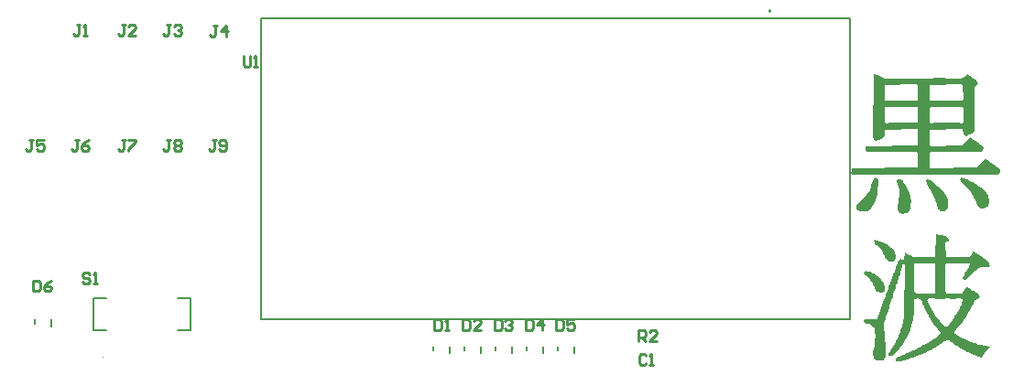
<source format=gto>
G04*
G04 #@! TF.GenerationSoftware,Altium Limited,Altium Designer,22.5.1 (42)*
G04*
G04 Layer_Color=65535*
%FSLAX44Y44*%
%MOMM*%
G71*
G04*
G04 #@! TF.SameCoordinates,6AFA5DE7-E917-4A20-8E33-DC7232792B34*
G04*
G04*
G04 #@! TF.FilePolarity,Positive*
G04*
G01*
G75*
%ADD10C,0.0716*%
%ADD11C,0.2000*%
%ADD12C,0.1270*%
%ADD13C,0.1500*%
%ADD14C,0.2540*%
G36*
X1298146Y858409D02*
X1299759Y857764D01*
X1303306Y856151D01*
X1304919Y855506D01*
X1317012Y855667D01*
X1349424Y855506D01*
X1350391Y855829D01*
X1373127Y855667D01*
X1373934Y855829D01*
X1374901Y855506D01*
X1377159Y855829D01*
X1378932Y857280D01*
X1380384Y859054D01*
X1381351Y859376D01*
X1382641Y859054D01*
X1383609Y858086D01*
X1385221Y857119D01*
X1385866Y856474D01*
X1387479Y855506D01*
X1389736Y854216D01*
X1390865Y852442D01*
X1391510Y850830D01*
X1390059Y849056D01*
X1388607Y848250D01*
X1388285Y846960D01*
X1388446Y808099D01*
X1388124Y806809D01*
X1386834Y805519D01*
X1385221Y804551D01*
X1382964Y803584D01*
X1381674Y803261D01*
X1380706Y802294D01*
X1379416Y802616D01*
X1377965Y804068D01*
X1377643Y805358D01*
X1377320Y807937D01*
X1376836Y808421D01*
X1346844Y808099D01*
X1346682Y794070D01*
X1347489Y792941D01*
X1376191Y793264D01*
X1376836Y793909D01*
X1377481Y794231D01*
X1377965Y794715D01*
X1378288Y795360D01*
X1379416Y796166D01*
X1380061Y797134D01*
X1380706Y797456D01*
X1383609Y800359D01*
X1383770Y800520D01*
X1384254Y801004D01*
X1385866Y800681D01*
X1387479Y799069D01*
X1388124Y798746D01*
X1389091Y797779D01*
X1391349Y796489D01*
X1391994Y795844D01*
X1392639Y795521D01*
X1393606Y794554D01*
X1394251Y794231D01*
X1396348Y792135D01*
X1396025Y788587D01*
X1393929Y787781D01*
X1392639Y787459D01*
X1389414Y787781D01*
X1388446Y787459D01*
X1354745Y787620D01*
X1348779Y787459D01*
X1347811Y787781D01*
X1346682Y786653D01*
X1347005Y773108D01*
X1347489Y772624D01*
X1389414Y772946D01*
X1397154Y780686D01*
X1398444Y781009D01*
X1400701Y779719D01*
X1401346Y779074D01*
X1401991Y778751D01*
X1403281Y777461D01*
X1405539Y776171D01*
X1407312Y774720D01*
X1407796Y774236D01*
X1408441Y773914D01*
X1409086Y773269D01*
X1409731Y772946D01*
X1411505Y771172D01*
X1411828Y768915D01*
X1409731Y766819D01*
X1408441Y766496D01*
X1393123Y766657D01*
X1387479Y766496D01*
X1386511Y766819D01*
X1383286Y766496D01*
X1382964Y766819D01*
X1381996Y766496D01*
X1372160Y766657D01*
X1357486Y766496D01*
X1356519Y766819D01*
X1353294Y766496D01*
X1340555Y766657D01*
X1314271Y766496D01*
X1313626Y766819D01*
X1312659Y766496D01*
X1305080Y766657D01*
X1302016Y766496D01*
X1301049Y766819D01*
X1299759Y766496D01*
X1276700Y766657D01*
X1275249Y766496D01*
X1274443Y766980D01*
X1274120Y768270D01*
X1274443Y769560D01*
X1274281Y771656D01*
X1274926Y772624D01*
X1335556Y772946D01*
X1336040Y773430D01*
X1335717Y786975D01*
X1334266Y787459D01*
X1294760Y787620D01*
X1288794Y787459D01*
X1287343Y788587D01*
X1287665Y792458D01*
X1288149Y792941D01*
X1335234Y793264D01*
X1335717Y793747D01*
X1336040Y795038D01*
X1335717Y807937D01*
X1335234Y808421D01*
X1305241Y808099D01*
X1304758Y806325D01*
X1305080Y805358D01*
X1304758Y802132D01*
X1303629Y801004D01*
X1301371Y799714D01*
X1299759Y799069D01*
X1298469Y798746D01*
X1297824Y798101D01*
X1296534Y797779D01*
X1294760Y799230D01*
X1294115Y800843D01*
X1294438Y801810D01*
X1294760Y859538D01*
X1295889Y859699D01*
X1298146Y858409D01*
D02*
G37*
G36*
X1379094Y763271D02*
X1380384Y761981D01*
X1381029D01*
X1382641Y761659D01*
X1383609Y760691D01*
X1384899Y760369D01*
X1385544Y760046D01*
X1386189Y759401D01*
X1387801Y758756D01*
X1388769Y758434D01*
X1389414Y757789D01*
X1390059Y757466D01*
X1391671Y756499D01*
X1392316Y755854D01*
X1393929Y754886D01*
X1394574Y754241D01*
X1396025Y753435D01*
X1396186Y752951D01*
X1396831Y752629D01*
X1398927Y750533D01*
X1400217Y748275D01*
X1400862Y747630D01*
X1401185Y745050D01*
X1401830Y743760D01*
X1401508Y742793D01*
X1401669Y740696D01*
X1401024Y738116D01*
X1400379Y736504D01*
X1396831Y734891D01*
X1394574Y735214D01*
X1392155Y736342D01*
X1391026Y738761D01*
X1390542Y738923D01*
X1389897Y741503D01*
X1388930Y742470D01*
X1388446Y744566D01*
X1387640Y745372D01*
X1386995Y746985D01*
X1386673Y747630D01*
X1385705Y748597D01*
X1384415Y750855D01*
X1383286Y752629D01*
X1382641Y752951D01*
X1381835Y754080D01*
X1380867Y755048D01*
X1380545Y755693D01*
X1378610Y757305D01*
X1377481Y758111D01*
X1377159Y758756D01*
X1376514Y759079D01*
X1375708Y760208D01*
X1375063Y760853D01*
X1374740Y762142D01*
X1375063Y763110D01*
X1375546Y763594D01*
X1379094Y763271D01*
D02*
G37*
G36*
X1347489Y761659D02*
X1347973Y761175D01*
X1348134Y760691D01*
X1349746Y759724D01*
X1351036Y758434D01*
X1351520Y758272D01*
X1351842Y757627D01*
X1352971Y756821D01*
X1353939Y755854D01*
X1355551Y754886D01*
X1358938Y751500D01*
X1359905Y749887D01*
X1360550Y749242D01*
X1360872Y748597D01*
X1362162Y747308D01*
X1362646Y745534D01*
X1363775Y744405D01*
X1363936Y739729D01*
X1363614Y736181D01*
X1363130Y735052D01*
X1361034Y732956D01*
X1359744Y732634D01*
X1356196Y732956D01*
X1355551Y733924D01*
X1355390Y734085D01*
X1354422Y735052D01*
X1354100Y736988D01*
X1353455Y737633D01*
X1353132Y739890D01*
X1352810Y741503D01*
X1351842Y742470D01*
X1351520Y743760D01*
X1351198Y745695D01*
X1349908Y746985D01*
X1349585Y748920D01*
X1348295Y750210D01*
X1347973Y751500D01*
X1347328Y752145D01*
X1345715Y755048D01*
X1344586Y757144D01*
X1344102Y757305D01*
X1343780Y758595D01*
X1343457Y760853D01*
X1344264Y761981D01*
X1347489Y761659D01*
D02*
G37*
G36*
X1298952Y762465D02*
X1298630Y748597D01*
X1297340Y745695D01*
X1297018Y743115D01*
X1295728Y741180D01*
X1295405Y739245D01*
X1294438Y738278D01*
X1293470Y736665D01*
X1292825Y736020D01*
X1292502Y735375D01*
X1291696Y734569D01*
X1290567Y734085D01*
X1290406Y733924D01*
X1289116Y732634D01*
X1282021Y732311D01*
X1280409Y733279D01*
X1279280Y735052D01*
X1278958Y736020D01*
X1279280Y738278D01*
X1279925Y738923D01*
X1281215Y741180D01*
X1283634Y743599D01*
X1284279Y743921D01*
X1285569Y745211D01*
X1286214Y745534D01*
X1287826Y747469D01*
X1289116Y749404D01*
X1289600Y749887D01*
X1290567Y751500D01*
X1291212Y752145D01*
X1291535Y754080D01*
X1292502Y755048D01*
X1292825Y757305D01*
X1294115Y760208D01*
X1294599Y762304D01*
X1295244Y763271D01*
X1297501Y763594D01*
X1298952Y762465D01*
D02*
G37*
G36*
X1319431Y762304D02*
X1321689Y761014D01*
X1322334Y759401D01*
X1323463Y758272D01*
X1323785Y757627D01*
X1324591Y756821D01*
X1324753Y756660D01*
X1325559Y754564D01*
X1326365Y753757D01*
X1327010Y751178D01*
X1327977Y750210D01*
X1328622Y745695D01*
X1328945Y744727D01*
X1329590Y743115D01*
X1329267Y736988D01*
X1328622Y735375D01*
X1328300Y734085D01*
X1327977Y733118D01*
X1325881Y731021D01*
X1323785Y730537D01*
X1321366Y730376D01*
X1319754Y731021D01*
X1319109Y731344D01*
X1317657Y732795D01*
X1317335Y735052D01*
X1317657Y743760D01*
X1318625Y746018D01*
X1318947Y748275D01*
X1318625Y752790D01*
X1317657Y755048D01*
X1317335Y758272D01*
X1316045Y760208D01*
X1316367Y761820D01*
X1316851Y762304D01*
X1318141Y762626D01*
X1319431Y762304D01*
D02*
G37*
G36*
X1355160Y711013D02*
X1356422Y710592D01*
X1357544Y710312D01*
X1361471Y710031D01*
X1362313Y709190D01*
X1363715Y708348D01*
X1363996Y707226D01*
X1364136Y705964D01*
X1363435Y704983D01*
X1362032Y704702D01*
X1361611Y704281D01*
X1361331Y703159D01*
X1361611Y690537D01*
X1362032Y690117D01*
X1383910Y690397D01*
X1384752Y692080D01*
X1385453Y692781D01*
X1385734Y693903D01*
X1386575Y694744D01*
X1387276Y696007D01*
X1388398Y695726D01*
X1390081Y694043D01*
X1390642Y693763D01*
X1391484Y692921D01*
X1392886Y692080D01*
X1393447Y691519D01*
X1394289Y691238D01*
X1395410Y690117D01*
X1395972Y689836D01*
X1397094Y688714D01*
X1397935Y688434D01*
X1398777Y687592D01*
X1400039Y686891D01*
X1400319Y686330D01*
X1401441Y685208D01*
X1401722Y683805D01*
X1402142Y682824D01*
X1400740Y681141D01*
X1399618Y680860D01*
X1393447Y680580D01*
X1392606Y679738D01*
X1390782Y679037D01*
X1389801Y678055D01*
X1389240Y677775D01*
X1387697Y676513D01*
X1381105Y669921D01*
X1379563Y669500D01*
X1379142Y669080D01*
X1378301Y668799D01*
X1377599Y669500D01*
X1377319Y670622D01*
X1377599Y672866D01*
X1378441Y673708D01*
X1379142Y675531D01*
X1379843Y676232D01*
X1380404Y677635D01*
X1381246Y678476D01*
Y678757D01*
X1381526Y679598D01*
X1381807Y680159D01*
X1382648Y681001D01*
X1383069Y682543D01*
X1384331Y683805D01*
X1383910Y684787D01*
X1361471Y684507D01*
X1361050Y683244D01*
X1361331Y682403D01*
X1361191Y658701D01*
X1361471Y657299D01*
X1362032Y656738D01*
X1363154Y656458D01*
X1376618Y656738D01*
X1377319Y657439D01*
X1377599Y658561D01*
X1378721Y659683D01*
X1380404Y662769D01*
X1381386Y662909D01*
X1381807Y662488D01*
X1382087Y661927D01*
X1383209Y661647D01*
X1383770Y661366D01*
X1384051Y660805D01*
X1385593Y659823D01*
X1386154Y659262D01*
X1387276Y658982D01*
X1387837Y658701D01*
X1388679Y657860D01*
X1390081Y657019D01*
X1392045Y655616D01*
X1392746Y654634D01*
X1393307Y653512D01*
X1392606Y652531D01*
X1392045Y652250D01*
X1390362Y651128D01*
X1388679Y650848D01*
X1388258Y650427D01*
X1387977Y649305D01*
X1387417Y648744D01*
X1387136Y648183D01*
X1386856Y647342D01*
X1386295Y645939D01*
X1385734Y645378D01*
X1385453Y644256D01*
X1384612Y642854D01*
X1384051Y642293D01*
X1383770Y640890D01*
X1382929Y640049D01*
X1382368Y638646D01*
X1381526Y637805D01*
X1381246Y636683D01*
X1380124Y635561D01*
X1379843Y634439D01*
X1379002Y633597D01*
X1378160Y632195D01*
X1377319Y631354D01*
X1377038Y630512D01*
X1375075Y627988D01*
X1373813Y626445D01*
X1372270Y624902D01*
X1371429Y623500D01*
X1369185Y621256D01*
X1369465Y619854D01*
X1370447Y619152D01*
X1372270Y618171D01*
X1372551Y617610D01*
X1373672Y617329D01*
X1374654Y616628D01*
X1375215Y616067D01*
X1376618Y615786D01*
X1377319Y615366D01*
X1377459Y614945D01*
X1378581Y614664D01*
X1379984Y613823D01*
X1381386Y613262D01*
X1382508Y612981D01*
X1383349Y612140D01*
X1385453Y611719D01*
X1387276Y610737D01*
X1389520Y610457D01*
X1390081Y609896D01*
X1391484Y609335D01*
X1394569Y609055D01*
X1396532Y608213D01*
X1398496Y607933D01*
X1401862Y607652D01*
X1402283Y607231D01*
X1401020Y605689D01*
X1400039Y604707D01*
X1399898Y604286D01*
X1399337Y604006D01*
X1398917Y603585D01*
X1398636Y603024D01*
X1397514Y601902D01*
X1397234Y601341D01*
X1396392Y600500D01*
X1395972Y598957D01*
X1394990Y597975D01*
X1394709Y597414D01*
X1393728Y597274D01*
X1392606Y598396D01*
X1389941Y598817D01*
X1389520Y599237D01*
X1388959Y599518D01*
X1388118Y599798D01*
X1386996Y600079D01*
X1383910Y601481D01*
X1383349Y601762D01*
X1382789Y602323D01*
X1381667Y602603D01*
X1380264Y603445D01*
X1378862Y604006D01*
X1377459Y604847D01*
X1375496Y605969D01*
X1374935Y606530D01*
X1373813Y606811D01*
X1372691Y607933D01*
X1371569Y608213D01*
X1370727Y609055D01*
X1369325Y609896D01*
X1368764Y610457D01*
X1366801Y611579D01*
X1365258Y612841D01*
X1364837Y613262D01*
X1364276Y613543D01*
X1363715Y614103D01*
X1363014Y614244D01*
X1360630Y612701D01*
X1360069Y612140D01*
X1358666Y611298D01*
X1358105Y610737D01*
X1357544Y610457D01*
X1356703Y609616D01*
X1352776Y607372D01*
X1352215Y606811D01*
X1351093Y606530D01*
X1349971Y605408D01*
X1348428Y604987D01*
X1347447Y604006D01*
X1345764Y603725D01*
X1345343Y603304D01*
X1345203Y602884D01*
X1342959Y602323D01*
X1342678Y601762D01*
X1341276Y601201D01*
X1340154Y600920D01*
X1339593Y600359D01*
X1337630Y599798D01*
X1336508Y599518D01*
X1335947Y598957D01*
X1334825Y598676D01*
X1333142Y598396D01*
X1332581Y597835D01*
X1331178Y597274D01*
X1329215Y596993D01*
X1327812Y596152D01*
X1326690Y595872D01*
X1324446Y595591D01*
X1323885Y595030D01*
X1322483Y594469D01*
X1319397Y594189D01*
X1318556Y593908D01*
X1316032Y594189D01*
X1315611Y594609D01*
X1315891Y596853D01*
X1318135Y598256D01*
X1320379Y598817D01*
X1321080Y599518D01*
X1323324Y600079D01*
X1324166Y600920D01*
X1325288Y601201D01*
X1326690Y601481D01*
X1328373Y602603D01*
X1329776Y602884D01*
X1330617Y603725D01*
X1331739Y604006D01*
X1332581Y604286D01*
X1333142Y604847D01*
X1335385Y605689D01*
X1335947Y606250D01*
X1337068Y606530D01*
X1338471Y607372D01*
X1340995Y608774D01*
X1341556Y609335D01*
X1342959Y609616D01*
X1343800Y610457D01*
X1345203Y611018D01*
X1346044Y611860D01*
X1347166Y612140D01*
X1348288Y613262D01*
X1350251Y614384D01*
X1351654Y615225D01*
X1352496Y616067D01*
X1353056Y616347D01*
X1354178Y617469D01*
X1354739Y617750D01*
X1355300Y618311D01*
X1356843Y619012D01*
X1357124Y619854D01*
X1355721Y621817D01*
X1355441Y622378D01*
X1354319Y623500D01*
X1354178Y623921D01*
X1353617Y624201D01*
X1352776Y625603D01*
X1352215Y625884D01*
X1351093Y627567D01*
X1350672Y627988D01*
X1350392Y628829D01*
X1349270Y629951D01*
X1348428Y631354D01*
X1347306Y633317D01*
X1346745Y633878D01*
X1345623Y635841D01*
X1344221Y638366D01*
X1343940Y639207D01*
X1343099Y640610D01*
X1342538Y642012D01*
X1341697Y643415D01*
X1341136Y644817D01*
X1340855Y646220D01*
X1340014Y647061D01*
X1339733Y648183D01*
X1339453Y649585D01*
X1338892Y650146D01*
X1338611Y650707D01*
X1338190Y651409D01*
X1335947Y651970D01*
X1333142Y651689D01*
X1332440Y650988D01*
X1332160Y649866D01*
X1332440Y647342D01*
X1332160Y646500D01*
X1332300Y644397D01*
X1332160Y642573D01*
X1332440Y641732D01*
X1332160Y640610D01*
X1331879Y637805D01*
X1331599Y633317D01*
X1331318Y631634D01*
X1330477Y629671D01*
X1330056Y626726D01*
X1329635Y625744D01*
X1329075Y624341D01*
X1328794Y622658D01*
X1327672Y620975D01*
X1327392Y619292D01*
X1326550Y618451D01*
X1326270Y617329D01*
X1325428Y615927D01*
X1324026Y613402D01*
X1322904Y611439D01*
X1322343Y610878D01*
X1322062Y610036D01*
X1320940Y608914D01*
X1320660Y608353D01*
X1319818Y607512D01*
X1318696Y605549D01*
X1317013Y603866D01*
X1316733Y603304D01*
X1312105Y598676D01*
X1309440Y598536D01*
X1308879Y598817D01*
X1308599Y599939D01*
X1309160Y602183D01*
X1310282Y603304D01*
X1311123Y604707D01*
X1312245Y606670D01*
X1312806Y607231D01*
X1313367Y608634D01*
X1314209Y609475D01*
X1314489Y610878D01*
X1315330Y611719D01*
X1315611Y612841D01*
X1315891Y613402D01*
X1316733Y614805D01*
X1317434Y616628D01*
X1318135Y617329D01*
X1318416Y619573D01*
X1319538Y620695D01*
X1319818Y623219D01*
X1320660Y624622D01*
X1320940Y625744D01*
X1321221Y628268D01*
X1321782Y628829D01*
X1322062Y629951D01*
X1322623Y635561D01*
X1322904Y636403D01*
X1323324Y638226D01*
X1323605Y681982D01*
X1323745Y683525D01*
X1323044Y684507D01*
X1322483Y684226D01*
X1321642Y682543D01*
X1321221Y682122D01*
X1320940Y681001D01*
X1320660Y678757D01*
X1319818Y677354D01*
X1319538Y676232D01*
X1319257Y674549D01*
X1318416Y673147D01*
X1318135Y672025D01*
X1317855Y670061D01*
X1317294Y669500D01*
X1317013Y668378D01*
X1316593Y666275D01*
X1316172Y665854D01*
X1315611Y664452D01*
X1315330Y661927D01*
X1314489Y661086D01*
X1314209Y659964D01*
X1313928Y657720D01*
X1313087Y656878D01*
X1312806Y654915D01*
X1312525Y653232D01*
X1311684Y652390D01*
X1311263Y649726D01*
X1310282Y647903D01*
X1309721Y644537D01*
X1309160Y643976D01*
X1308318Y640610D01*
X1307477Y638646D01*
X1307196Y636683D01*
X1306355Y635280D01*
X1306074Y634159D01*
X1305654Y632616D01*
X1305233Y632195D01*
X1304672Y628268D01*
X1304952Y614805D01*
X1305233Y613963D01*
X1305513Y612280D01*
X1306074Y611719D01*
X1306355Y599658D01*
X1305934Y597274D01*
X1304672Y596012D01*
X1304391Y595451D01*
X1303690Y594750D01*
X1301727Y594469D01*
X1297239Y594750D01*
X1296117Y595872D01*
X1295696Y596012D01*
X1295135Y597414D01*
X1294855Y597975D01*
X1294013Y599939D01*
X1294294Y601061D01*
X1294574Y605549D01*
X1295416Y607512D01*
X1295696Y612000D01*
X1296257Y613402D01*
X1296537Y617049D01*
X1296257Y622939D01*
X1295416Y624902D01*
X1295135Y625463D01*
X1293592Y627006D01*
X1291068Y628128D01*
X1288263Y628409D01*
X1287702Y628969D01*
X1286159Y629671D01*
X1285879Y630793D01*
X1286300Y632335D01*
X1286861Y632896D01*
X1289245Y632756D01*
X1297379Y633037D01*
X1298221Y633878D01*
X1299342Y636403D01*
X1299763Y638226D01*
X1300745Y640049D01*
X1301025Y642012D01*
X1301586Y642573D01*
X1302147Y643976D01*
X1302428Y645659D01*
X1302989Y646220D01*
X1303550Y647622D01*
X1303830Y649585D01*
X1304391Y650146D01*
X1304952Y652110D01*
X1305233Y653232D01*
X1306074Y654073D01*
X1306355Y656598D01*
X1307196Y657439D01*
X1307477Y658561D01*
X1307757Y660244D01*
X1308599Y661086D01*
X1308879Y663049D01*
X1310282Y666134D01*
X1310562Y667817D01*
X1311123Y668378D01*
X1311684Y670622D01*
X1312806Y673147D01*
X1313087Y674830D01*
X1314209Y676513D01*
X1314489Y678757D01*
X1315050Y679317D01*
X1315611Y680720D01*
X1315891Y682403D01*
X1317013Y684086D01*
X1317294Y686330D01*
X1318276Y687311D01*
X1318837Y687592D01*
X1319678Y688434D01*
X1320379Y688574D01*
X1321361Y688153D01*
X1322763Y687592D01*
X1323324Y687872D01*
X1323605Y693763D01*
X1324166Y694324D01*
X1325568Y693763D01*
X1326129Y693202D01*
X1328373Y692360D01*
X1328934Y691799D01*
X1331459Y690397D01*
X1332300Y690117D01*
X1351654Y690397D01*
X1352075Y690818D01*
X1352215Y711434D01*
X1353337Y711714D01*
X1355160Y711013D01*
D02*
G37*
G36*
X1298641Y705824D02*
X1299202Y705263D01*
X1300324Y704983D01*
X1301867Y704562D01*
X1302568Y703860D01*
X1303690Y703580D01*
X1305092Y702738D01*
X1306495Y702178D01*
X1307336Y701897D01*
X1307757Y701476D01*
X1307897Y701056D01*
X1309300Y700495D01*
X1310141Y699653D01*
X1311404Y698952D01*
X1311684Y698391D01*
X1312105Y697970D01*
X1312666Y697690D01*
X1313647Y696147D01*
X1314209Y694744D01*
X1315330Y692220D01*
X1315611Y691098D01*
X1315330Y690257D01*
X1315050Y688854D01*
X1314489Y688293D01*
X1314209Y687732D01*
X1313227Y686470D01*
X1312105Y686190D01*
X1309019Y686470D01*
X1307897Y687592D01*
X1307336Y687872D01*
X1306355Y688854D01*
X1305233Y690818D01*
X1304952Y691659D01*
X1304391Y693062D01*
X1303830Y693623D01*
X1303550Y694744D01*
X1303269Y695305D01*
X1302428Y696147D01*
X1301586Y697550D01*
X1300745Y698391D01*
X1300464Y698952D01*
X1298361Y701056D01*
X1297800Y701336D01*
X1296678Y702458D01*
X1296117Y702738D01*
X1295696Y703159D01*
X1295416Y704281D01*
X1295275Y704421D01*
X1294855Y705403D01*
X1295556Y706104D01*
X1298641Y705824D01*
D02*
G37*
G36*
X1289385Y676933D02*
X1290507Y676653D01*
X1292470Y676372D01*
X1292751Y676092D01*
X1292891Y675952D01*
X1293312Y675531D01*
X1294434Y675250D01*
X1295416Y674830D01*
X1295696Y674269D01*
X1297800Y673287D01*
X1298641Y672446D01*
X1299202Y672165D01*
X1302147Y669220D01*
X1302428Y668659D01*
X1303550Y667537D01*
X1304391Y666134D01*
X1304672Y665293D01*
X1305373Y663470D01*
X1305513Y661366D01*
X1305233Y660525D01*
X1304952Y659122D01*
X1303970Y657860D01*
X1302007Y657579D01*
X1298641Y657860D01*
X1296818Y659683D01*
X1295416Y662769D01*
X1295135Y664171D01*
X1294294Y665013D01*
X1293873Y666555D01*
X1292891Y667537D01*
X1292611Y668098D01*
X1291489Y669220D01*
X1291208Y669781D01*
X1290086Y670903D01*
X1289806Y671464D01*
X1289245Y671744D01*
X1288964Y672305D01*
X1287562Y673147D01*
X1287281Y673708D01*
X1286861Y674128D01*
X1286300Y674409D01*
X1285879Y675671D01*
X1286720Y677074D01*
X1288544Y677214D01*
X1289385Y676933D01*
D02*
G37*
%LPC*%
G36*
X1375869Y850024D02*
X1347166Y849701D01*
X1346682Y849218D01*
Y836318D01*
Y835995D01*
X1347005Y835350D01*
X1347489Y834866D01*
X1377159Y835189D01*
X1377643Y836640D01*
X1377320Y849540D01*
X1375869Y850024D01*
D02*
G37*
G36*
X1334266D02*
X1305241Y849701D01*
X1305080Y835350D01*
X1305564Y834866D01*
X1318464D01*
X1335556Y835189D01*
X1336040Y836640D01*
X1335717Y849540D01*
X1334266Y850024D01*
D02*
G37*
G36*
X1333944Y829384D02*
X1305564Y829061D01*
X1305080Y828577D01*
X1304758Y826643D01*
X1305080Y825675D01*
X1304919Y815194D01*
X1305886Y814226D01*
X1310079Y814549D01*
X1335072Y814388D01*
X1336040Y815033D01*
Y822128D01*
Y822450D01*
X1335717Y828577D01*
X1335234Y829061D01*
X1333944Y829384D01*
D02*
G37*
G36*
X1375546D02*
X1347166Y829061D01*
X1346682Y827610D01*
X1347005Y814710D01*
X1348456Y814226D01*
X1350714Y814549D01*
X1371192Y814388D01*
X1373611Y814549D01*
X1373772Y814388D01*
X1376191Y814226D01*
X1377804Y815194D01*
X1377965Y816645D01*
X1377643Y817613D01*
X1377804Y821966D01*
X1377643Y826320D01*
X1377965Y827288D01*
X1376998Y828900D01*
X1375546Y829384D01*
D02*
G37*
G36*
X1351373Y684787D02*
X1332581Y684507D01*
X1332160Y683244D01*
X1332440Y682122D01*
X1332300Y680860D01*
X1332440Y679317D01*
X1332160Y678476D01*
X1332440Y673708D01*
X1332160Y672866D01*
X1332440Y669220D01*
X1332300Y662067D01*
X1332440Y659683D01*
X1332160Y658842D01*
X1333282Y656878D01*
X1334544Y656458D01*
X1335806Y656598D01*
X1337068Y656458D01*
X1337910Y656738D01*
X1338751Y656458D01*
X1342398Y656738D01*
X1348849Y656458D01*
X1349691Y656738D01*
X1350532Y656458D01*
X1351654Y656738D01*
X1351794Y657159D01*
Y657439D01*
X1352075Y658281D01*
X1351794Y684366D01*
X1351373Y684787D01*
D02*
G37*
G36*
X1365117Y651970D02*
X1356422Y651689D01*
X1346465Y651830D01*
X1345343Y651549D01*
X1344221Y650707D01*
X1345063Y648744D01*
X1346184Y646781D01*
X1346745Y645098D01*
X1347306Y644537D01*
X1347867Y643134D01*
X1348148Y642573D01*
X1348709Y642012D01*
X1350111Y639488D01*
X1350532Y638506D01*
X1350672Y638366D01*
X1350953Y637805D01*
X1351794Y636963D01*
X1352075Y636122D01*
X1353477Y634159D01*
X1353617Y633738D01*
X1354178Y633457D01*
X1354880Y632476D01*
X1355721Y631634D01*
X1356002Y631073D01*
X1357124Y629951D01*
X1357404Y629390D01*
X1358947Y627848D01*
X1359368Y627707D01*
X1359508Y627286D01*
X1360069Y627006D01*
X1361050Y626305D01*
X1361331Y625744D01*
X1362313Y625603D01*
X1363855Y627146D01*
X1364136Y627707D01*
X1365258Y628829D01*
X1366099Y630232D01*
X1367502Y632195D01*
X1368063Y632756D01*
X1368343Y633317D01*
X1369185Y634159D01*
X1369886Y635982D01*
X1370447Y636262D01*
X1371429Y637805D01*
X1371990Y638366D01*
X1372410Y639909D01*
X1373392Y640890D01*
X1373672Y642293D01*
X1374514Y643134D01*
X1375075Y645378D01*
X1375916Y646220D01*
X1376197Y647342D01*
X1376477Y649025D01*
X1377319Y649866D01*
X1377038Y651268D01*
X1376618Y651689D01*
X1375356Y651830D01*
X1365959Y651689D01*
X1365117Y651970D01*
D02*
G37*
%LPD*%
D10*
X582350Y597860D02*
G03*
X583070Y597860I360J0D01*
G01*
D02*
G03*
X582350Y597860I-360J0D01*
G01*
D11*
X1199880Y918160D02*
G03*
X1199880Y918160I-1000J0D01*
G01*
X573490Y622540D02*
Y652540D01*
X663490Y622540D02*
Y652540D01*
X651720D02*
X663490D01*
X573490D02*
X585260D01*
X651720Y622540D02*
X663490D01*
X573490D02*
X585260D01*
D12*
X728780Y911660D02*
X1272780D01*
Y632660D02*
Y911660D01*
X728780Y632660D02*
X1272780D01*
X728780D02*
Y911660D01*
D13*
X945515Y603807D02*
Y607617D01*
X960755Y601267D02*
Y607617D01*
X887730Y603807D02*
Y607617D01*
X902970Y601267D02*
Y607617D01*
X989648Y601267D02*
Y607617D01*
X974408Y603807D02*
Y607617D01*
X1018540Y601267D02*
Y607617D01*
X1003300Y603807D02*
Y607617D01*
X916622Y603807D02*
Y607617D01*
X931862Y601267D02*
Y607617D01*
X519415Y628830D02*
Y632640D01*
X534655Y626290D02*
Y632640D01*
D14*
X712156Y876218D02*
Y867888D01*
X713822Y866222D01*
X717154D01*
X718820Y867888D01*
Y876218D01*
X722152Y866222D02*
X725484D01*
X723818D01*
Y876218D01*
X722152Y874552D01*
X570230Y673892D02*
X568564Y675558D01*
X565232D01*
X563565Y673892D01*
Y672226D01*
X565232Y670560D01*
X568564D01*
X570230Y668894D01*
Y667228D01*
X568564Y665562D01*
X565232D01*
X563565Y667228D01*
X573562Y665562D02*
X576894D01*
X575228D01*
Y675558D01*
X573562Y673892D01*
X1077519Y612222D02*
Y622218D01*
X1082518D01*
X1084184Y620552D01*
Y617220D01*
X1082518Y615554D01*
X1077519D01*
X1080852D02*
X1084184Y612222D01*
X1094181D02*
X1087516D01*
X1094181Y618886D01*
Y620552D01*
X1092514Y622218D01*
X1089182D01*
X1087516Y620552D01*
X686674Y798748D02*
X683342D01*
X685008D01*
Y790418D01*
X683342Y788752D01*
X681675D01*
X680009Y790418D01*
X690006D02*
X691672Y788752D01*
X695005D01*
X696671Y790418D01*
Y797082D01*
X695005Y798748D01*
X691672D01*
X690006Y797082D01*
Y795416D01*
X691672Y793750D01*
X696671D01*
X644764Y798748D02*
X641432D01*
X643098D01*
Y790418D01*
X641432Y788752D01*
X639766D01*
X638099Y790418D01*
X648096Y797082D02*
X649762Y798748D01*
X653094D01*
X654761Y797082D01*
Y795416D01*
X653094Y793750D01*
X654761Y792084D01*
Y790418D01*
X653094Y788752D01*
X649762D01*
X648096Y790418D01*
Y792084D01*
X649762Y793750D01*
X648096Y795416D01*
Y797082D01*
X649762Y793750D02*
X653094D01*
X602854Y798748D02*
X599522D01*
X601188D01*
Y790418D01*
X599522Y788752D01*
X597855D01*
X596189Y790418D01*
X606186Y798748D02*
X612851D01*
Y797082D01*
X606186Y790418D01*
Y788752D01*
X559674Y798748D02*
X556342D01*
X558008D01*
Y790418D01*
X556342Y788752D01*
X554675D01*
X553009Y790418D01*
X569671Y798748D02*
X566338Y797082D01*
X563006Y793750D01*
Y790418D01*
X564672Y788752D01*
X568004D01*
X569671Y790418D01*
Y792084D01*
X568004Y793750D01*
X563006D01*
X517764Y798748D02*
X514432D01*
X516098D01*
Y790418D01*
X514432Y788752D01*
X512766D01*
X511099Y790418D01*
X527761Y798748D02*
X521096D01*
Y793750D01*
X524428Y795416D01*
X526095D01*
X527761Y793750D01*
Y790418D01*
X526095Y788752D01*
X522762D01*
X521096Y790418D01*
X687944Y904158D02*
X684612D01*
X686278D01*
Y895828D01*
X684612Y894162D01*
X682945D01*
X681279Y895828D01*
X696274Y894162D02*
Y904158D01*
X691276Y899160D01*
X697941D01*
X644764Y905428D02*
X641432D01*
X643098D01*
Y897098D01*
X641432Y895432D01*
X639766D01*
X638099Y897098D01*
X648096Y903762D02*
X649762Y905428D01*
X653094D01*
X654761Y903762D01*
Y902096D01*
X653094Y900430D01*
X651428D01*
X653094D01*
X654761Y898764D01*
Y897098D01*
X653094Y895432D01*
X649762D01*
X648096Y897098D01*
X602854Y905428D02*
X599522D01*
X601188D01*
Y897098D01*
X599522Y895432D01*
X597855D01*
X596189Y897098D01*
X612851Y895432D02*
X606186D01*
X612851Y902096D01*
Y903762D01*
X611185Y905428D01*
X607852D01*
X606186Y903762D01*
X561340Y905428D02*
X558008D01*
X559674D01*
Y897098D01*
X558008Y895432D01*
X556342D01*
X554675Y897098D01*
X564672Y895432D02*
X568004D01*
X566338D01*
Y905428D01*
X564672Y903762D01*
X517906Y668619D02*
Y658622D01*
X522904D01*
X524571Y660288D01*
Y666953D01*
X522904Y668619D01*
X517906D01*
X534567D02*
X531235Y666953D01*
X527903Y663620D01*
Y660288D01*
X529569Y658622D01*
X532901D01*
X534567Y660288D01*
Y661954D01*
X532901Y663620D01*
X527903D01*
X1001319Y632378D02*
Y622382D01*
X1006318D01*
X1007984Y624048D01*
Y630712D01*
X1006318Y632378D01*
X1001319D01*
X1017981D02*
X1011316D01*
Y627380D01*
X1014648Y629046D01*
X1016314D01*
X1017981Y627380D01*
Y624048D01*
X1016314Y622382D01*
X1012982D01*
X1011316Y624048D01*
X973379Y632378D02*
Y622382D01*
X978378D01*
X980044Y624048D01*
Y630712D01*
X978378Y632378D01*
X973379D01*
X988374Y622382D02*
Y632378D01*
X983376Y627380D01*
X990041D01*
X944169Y632378D02*
Y622382D01*
X949168D01*
X950834Y624048D01*
Y630712D01*
X949168Y632378D01*
X944169D01*
X954166Y630712D02*
X955832Y632378D01*
X959165D01*
X960831Y630712D01*
Y629046D01*
X959165Y627380D01*
X957498D01*
X959165D01*
X960831Y625714D01*
Y624048D01*
X959165Y622382D01*
X955832D01*
X954166Y624048D01*
X914959Y632378D02*
Y622382D01*
X919958D01*
X921624Y624048D01*
Y630712D01*
X919958Y632378D01*
X914959D01*
X931621Y622382D02*
X924956D01*
X931621Y629046D01*
Y630712D01*
X929955Y632378D01*
X926622D01*
X924956Y630712D01*
X888686Y632378D02*
Y622382D01*
X893684D01*
X895350Y624048D01*
Y630712D01*
X893684Y632378D01*
X888686D01*
X898682Y622382D02*
X902014D01*
X900348D01*
Y632378D01*
X898682Y630712D01*
X1084580Y598962D02*
X1082914Y600628D01*
X1079582D01*
X1077915Y598962D01*
Y592298D01*
X1079582Y590632D01*
X1082914D01*
X1084580Y592298D01*
X1087912Y590632D02*
X1091245D01*
X1089578D01*
Y600628D01*
X1087912Y598962D01*
M02*

</source>
